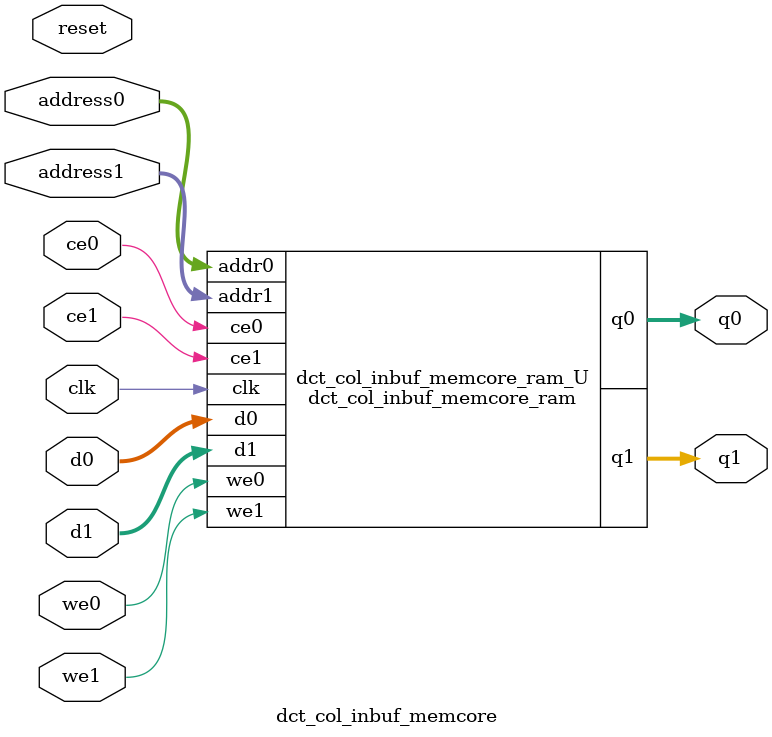
<source format=v>

`timescale 1 ns / 1 ps
module dct_col_inbuf_memcore_ram (addr0, ce0, d0, we0, q0, addr1, ce1, d1, we1, q1,  clk);

parameter DWIDTH = 128;
parameter AWIDTH = 4;
parameter MEM_SIZE = 16;

input[AWIDTH-1:0] addr0;
input ce0;
input[DWIDTH-1:0] d0;
input we0;
output reg[DWIDTH-1:0] q0;
input[AWIDTH-1:0] addr1;
input ce1;
input[DWIDTH-1:0] d1;
input we1;
output reg[DWIDTH-1:0] q1;
input clk;

(* ram_style = "block" *)reg [DWIDTH-1:0] ram[0:MEM_SIZE-1];




always @(posedge clk)  
begin 
    if (ce0) 
    begin
        if (we0) 
        begin 
            ram[addr0] <= d0; 
            q0 <= d0;
        end 
        else 
            q0 <= ram[addr0];
    end
end


always @(posedge clk)  
begin 
    if (ce1) 
    begin
        if (we1) 
        begin 
            ram[addr1] <= d1; 
            q1 <= d1;
        end 
        else 
            q1 <= ram[addr1];
    end
end


endmodule


`timescale 1 ns / 1 ps
module dct_col_inbuf_memcore(
    reset,
    clk,
    address0,
    ce0,
    we0,
    d0,
    q0,
    address1,
    ce1,
    we1,
    d1,
    q1);

parameter DataWidth = 32'd128;
parameter AddressRange = 32'd16;
parameter AddressWidth = 32'd4;
input reset;
input clk;
input[AddressWidth - 1:0] address0;
input ce0;
input we0;
input[DataWidth - 1:0] d0;
output[DataWidth - 1:0] q0;
input[AddressWidth - 1:0] address1;
input ce1;
input we1;
input[DataWidth - 1:0] d1;
output[DataWidth - 1:0] q1;



dct_col_inbuf_memcore_ram dct_col_inbuf_memcore_ram_U(
    .clk( clk ),
    .addr0( address0 ),
    .ce0( ce0 ),
    .d0( d0 ),
    .we0( we0 ),
    .q0( q0 ),
    .addr1( address1 ),
    .ce1( ce1 ),
    .d1( d1 ),
    .we1( we1 ),
    .q1( q1 ));

endmodule


</source>
